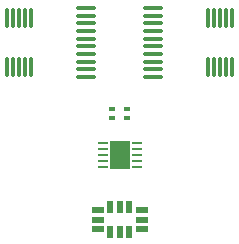
<source format=gtp>
%TF.GenerationSoftware,KiCad,Pcbnew,(6.0.0)*%
%TF.CreationDate,2023-03-26T17:46:31-04:00*%
%TF.ProjectId,daughterBoard,64617567-6874-4657-9242-6f6172642e6b,rev?*%
%TF.SameCoordinates,Original*%
%TF.FileFunction,Paste,Top*%
%TF.FilePolarity,Positive*%
%FSLAX46Y46*%
G04 Gerber Fmt 4.6, Leading zero omitted, Abs format (unit mm)*
G04 Created by KiCad (PCBNEW (6.0.0)) date 2023-03-26 17:46:31*
%MOMM*%
%LPD*%
G01*
G04 APERTURE LIST*
%ADD10O,0.299999X1.699999*%
%ADD11R,0.812800X0.254000*%
%ADD12R,1.803400X2.489200*%
%ADD13R,0.500000X0.400000*%
%ADD14R,1.016000X0.508000*%
%ADD15R,0.508000X1.016000*%
%ADD16O,1.699999X0.349999*%
G04 APERTURE END LIST*
D10*
%TO.C,U4*%
X104500001Y-65450002D03*
X104000002Y-65450002D03*
X103500000Y-65450002D03*
X103000001Y-65450002D03*
X102499999Y-65450002D03*
X102499999Y-69550001D03*
X103000001Y-69550001D03*
X103500000Y-69550001D03*
X104000002Y-69550001D03*
X104500001Y-69550001D03*
%TD*%
%TO.C,U1*%
X121500001Y-65450002D03*
X121000002Y-65450002D03*
X120500000Y-65450002D03*
X120000001Y-65450002D03*
X119499999Y-65450002D03*
X119499999Y-69550001D03*
X120000001Y-69550001D03*
X120500000Y-69550001D03*
X121000002Y-69550001D03*
X121500001Y-69550001D03*
%TD*%
D11*
%TO.C,U5*%
X110552200Y-75999999D03*
X110552200Y-76500001D03*
X110552200Y-77000000D03*
X110552200Y-77499999D03*
X110552200Y-78000001D03*
X113447800Y-78000001D03*
X113447800Y-77499999D03*
X113447800Y-77000000D03*
X113447800Y-76500001D03*
X113447800Y-75999999D03*
D12*
X112000000Y-77000000D03*
%TD*%
D13*
%TO.C,D1*%
X111350000Y-73150000D03*
X111350000Y-73850000D03*
X112650000Y-73850000D03*
X112650000Y-73150000D03*
%TD*%
D14*
%TO.C,U3*%
X110146001Y-81700027D03*
D15*
X111199999Y-81446027D03*
X112000000Y-81446027D03*
X112800001Y-81446027D03*
D14*
X113853999Y-81700027D03*
X113853999Y-82500000D03*
X113853999Y-83299973D03*
D15*
X112800001Y-83553973D03*
X112000000Y-83553973D03*
X111199999Y-83553973D03*
D14*
X110146001Y-83299973D03*
X110146001Y-82500000D03*
%TD*%
D16*
%TO.C,U2*%
X109150001Y-64575000D03*
X109150001Y-65225001D03*
X109150001Y-65874999D03*
X109150001Y-66525001D03*
X109150001Y-67174999D03*
X109150001Y-67825001D03*
X109150001Y-68474999D03*
X109150001Y-69125001D03*
X109150001Y-69774999D03*
X109150001Y-70425000D03*
X114849999Y-70425000D03*
X114849999Y-69774999D03*
X114849999Y-69125001D03*
X114849999Y-68474999D03*
X114849999Y-67825001D03*
X114849999Y-67174999D03*
X114849999Y-66525001D03*
X114849999Y-65874999D03*
X114849999Y-65225001D03*
X114849999Y-64575000D03*
%TD*%
M02*

</source>
